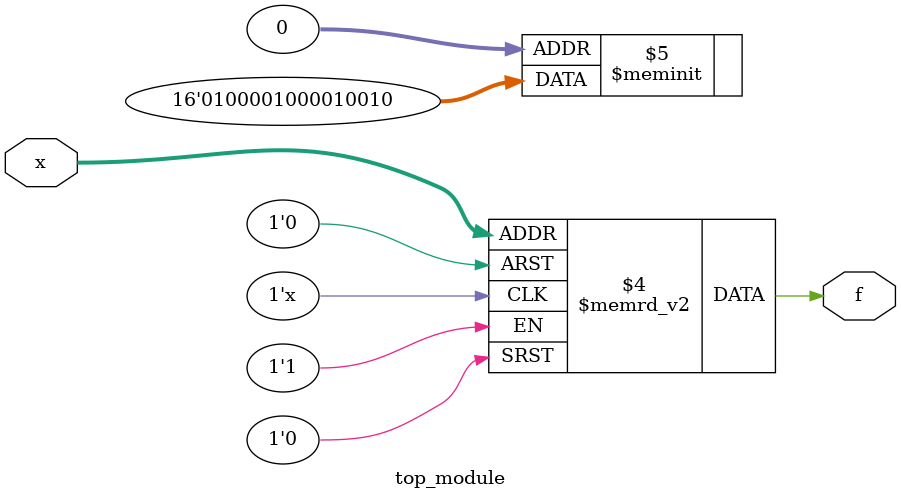
<source format=sv>
module top_module (
	input [4:1] x,
	output logic f
);

// Implementing the function f using a case statement
always_comb begin
	case(x)
		4'b0001, 4'b0100, 4'b1001, 4'b1110: f = 1'b1;
		4'b0010, 4'b0011, 4'b0110, 4'b0111, 4'b1010, 4'b1100: f = 1'b0;
		4'b0000, 4'b0101, 4'b1000, 4'b1011: f = 1'b0;
		default: f = 1'b0;
	endcase
end

endmodule

</source>
